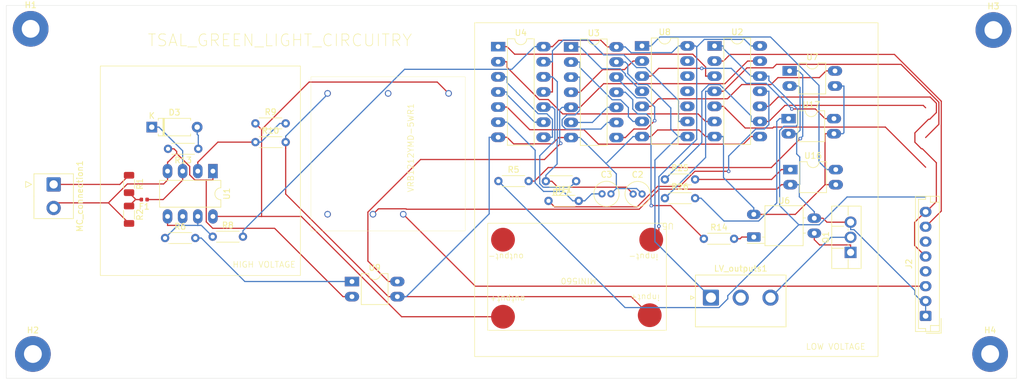
<source format=kicad_pcb>
(kicad_pcb (version 20240108) (generator "pcbnew") (generator_version "8.0")
  (layers (0 "F.Cu" signal) (31 "B.Cu" signal) (34 "B.Paste" user) (35 "F.Paste" user) (36 "B.SilkS" user "B.Silkscreen") (37 "F.SilkS" user "F.Silkscreen") (38 "B.Mask" user) (39 "F.Mask" user) (44 "Edge.Cuts" user))
  (net 0 "")
  (net 1 "5v")
  (net 2 "Net-(C2-Pad1)")
  (net 3 "Net-(C3-Pad1)")
  (net 4 "Net-(D3-A)")
  (net 5 "Net-(Q1-G)")
  (net 6 "Net-(D3-K)")
  (net 7 "GREEN_LIGHT_OUT")
  (net 8 "RED_LIGHT_OUT")
  (net 9 "\\ 60v_flag")
  (net 10 "Net-(U1-+)")
  (net 11 "12v_isolated")
  (net 12 "Net-(R11-Pad1)")
  (net 13 "Green_light_signal")
  (net 14 "Net-(U6-A)")
  (net 15 "precharge(TSMS)")
  (net 16 "Net-(U16-A)")
  (net 17 "Net-(U17-A)")
  (net 18 "AIR-")
  (net 19 "Net-(R27-Pad1)")
  (net 20 "Net-(U1-BAL)")
  (net 21 "12V_GLV")
  (net 22 "Net-(U17-R-Pad4)")
  (net 23 "\\ precharge(TSMS)")
  (net 24 "\\AIR-")
  (net 25 "Net-(F1-Pad2)")
  (net 26 "SAFE_STATE")
  (net 27 "AUX_AIR -")
  (net 28 "precharge_NC")
  (net 29 "Net-(U2-Pad6)")
  (net 30 "AUX_AIR +")
  (net 31 "Net-(U2-Pad8)")
  (net 32 "Net-(U2-Pad3)")
  (net 33 "AIR+")
  (net 34 "Net-(U4-Pad11)")
  (net 35 "MC+")
  (net 36 "MC-")
  (net 37 "LV_GND")
  (net 38 "Net-(U3-Pad3)")
  (net 39 "Net-(U3-Pad12)")
  (net 40 "Net-(U3-Pad10)")
  (net 41 "Net-(U4-Pad3)")
  (net 42 "Net-(U4-Pad4)")
  (net 43 "Net-(U7-A)")
  (net 44 "\\AIR+")
  (net 45 "Net-(U7-R-Pad4)")
  (net 52 "Net-(U9-A)")
  (net 53 "{slash}60V_isolated")
  (net 54 "GNDREF")
  (net 55 "SAFE_STATE_OUT")
  (net 56 "precharge(TSMS)_lv")
  (footprint "OptoDevice:Luna_NSL-32" (layer "F.Cu") (at 175.985 110.21)
    (property "Reference" "U6")
    (property "Value" "NSL-32")
  )
  (footprint "Package_DIP:DIP-8_W7.62mm_LongPads" (layer "F.Cu") (at 85.155 99.125 -90)
    (property "Reference" "U1")
    (property "Value" "LM311")
  )
  (footprint "isolator1:VRB1212YMD-5WR3" (layer "F.Cu") (at 127.529 109.169 90)
    (property "Reference" "VRB1212YMD-5WR1")
    (property "Value" "~")
  )
  (footprint "Resistor_THT:R_Axial_DIN0204_L3.6mm_D1.6mm_P5.08mm_Horizontal" (layer "F.Cu") (at 146.15 100.825 180)
    (property "Reference" "R27")
    (property "Value" "5.1k")
  )
  (footprint "Resistor_THT:R_Axial_DIN0204_L3.6mm_D1.6mm_P5.08mm_Horizontal" (layer "F.Cu") (at 77.12 110.375)
    (property "Reference" "R6")
    (property "Value" "R_US")
  )
  (footprint "Capacitor_THT:C_Radial_D4.0mm_H7.0mm_P1.50mm" (layer "F.Cu") (at 150.5 102.95)
    (property "Reference" "C3")
    (property "Value" "47u")
  )
  (footprint "Resistor_THT:R_Axial_DIN0204_L3.6mm_D1.6mm_P5.08mm_Horizontal" (layer "F.Cu") (at 161.05 103.675)
    (property "Reference" "R26")
    (property "Value" "R_US")
  )
  (footprint "Resistor_SMD:R_1206_3216Metric" (layer "F.Cu") (at 71.07 106.4575 -90)
    (property "Reference" "R2")
    (property "Value" "200k")
  )
  (footprint "Package_DIP:DIP-4_W7.62mm_LongPads" (layer "F.Cu") (at 182 82.275)
    (property "Reference" "U7")
    (property "Value" "NSL-32")
  )
  (footprint "Resistor_SMD:R_1206_3216Metric" (layer "F.Cu") (at 71.07 101.2825 -90)
    (property "Reference" "R1")
    (property "Value" "36M")
  )
  (footprint "converter:mini560" (layer "F.Cu") (at 146.315 116.75 180)
    (property "Reference" "U5")
    (property "Value" "AMS1117-5.0")
  )
  (footprint "Package_DIP:DIP-14_W7.62mm_LongPads" (layer "F.Cu") (at 157.215 78.075)
    (property "Reference" "U8")
    (property "Value" "74AHCT04")
  )
  (footprint "Resistor_THT:R_Axial_DIN0204_L3.6mm_D1.6mm_P5.08mm_Horizontal" (layer "F.Cu") (at 82.7 95.375 180)
    (property "Reference" "R13")
    (property "Value" "R_US")
  )
  (footprint "Resistor_THT:R_Axial_DIN0204_L3.6mm_D1.6mm_P5.08mm_Horizontal" (layer "F.Cu") (at 141.51 104.125)
    (property "Reference" "R11")
    (property "Value" "180k")
  )
  (footprint "MountingHole:MountingHole_3mm_Pad_TopBottom" (layer "F.Cu") (at 216.225 75.4)
    (property "Reference" "H3")
    (property "Value" "MountingHole")
  )
  (footprint "Resistor_THT:R_Axial_DIN0204_L3.6mm_D1.6mm_P5.08mm_Horizontal" (layer "F.Cu") (at 133.095 100.8)
    (property "Reference" "R5")
    (property "Value" "R_US")
  )
  (footprint "Capacitor_THT:C_Radial_D4.0mm_H7.0mm_P1.50mm" (layer "F.Cu") (at 155.725 102.975)
    (property "Reference" "C2")
    (property "Value" "47u")
  )
  (footprint "Connector_JST:JST_NV_B03P-NV_1x03_P5.00mm_Vertical" (layer "F.Cu") (at 168.7875 120.4)
    (property "Reference" "LV_outputs1")
    (property "Value" "Conn_01x03")
  )
  (footprint "Package_TO_SOT_THT:TO-220F-3_Vertical" (layer "F.Cu") (at 192.24 112.79 90)
    (property "Reference" "Q1")
    (property "Value" "IRLIZ44N")
  )
  (footprint "Package_DIP:DIP-14_W7.62mm_LongPads" (layer "F.Cu") (at 133.05 78.195)
    (property "Reference" "U4")
    (property "Value" "4071")
  )
  (footprint "Fuse:Fuse_0402_1005Metric" (layer "F.Cu") (at 73.62 103.9075 180)
    (property "Reference" "F1")
    (property "Value" "Fuse")
  )
  (footprint "Package_DIP:DIP-4_W7.62mm_LongPads" (layer "F.Cu") (at 181.825 90.295)
    (property "Reference" "U17")
    (property "Value" "NSL-32")
  )
  (footprint "Package_DIP:DIP-14_W7.62mm_LongPads" (layer "F.Cu") (at 145.295 78.24)
    (property "Reference" "U3")
    (property "Value" "74LS08")
  )
  (footprint "MountingHole:MountingHole_3mm_Pad_TopBottom" (layer "F.Cu") (at 215.675 129.875)
    (property "Reference" "H4")
    (property "Value" "MountingHole")
  )
  (footprint "Package_DIP:DIP-14_W7.62mm_LongPads" (layer "F.Cu") (at 169.395 78.075)
    (property "Reference" "U2")
    (property "Value" "74HC86")
  )
  (footprint "Diode_THT:D_A-405_P7.62mm_Horizontal" (layer "F.Cu") (at 74.89 91.725)
    (property "Reference" "D3")
    (property "Value" "PTVS12VZ1USK")
  )
  (footprint "Connector_JST:JST_EH_B8B-EH-A_1x08_P2.50mm_Vertical" (layer "F.Cu") (at 204.84 123.475 90)
    (property "Reference" "J2")
    (property "Value" "LV_INPUTS")
  )
  (footprint "Resistor_THT:R_Axial_DIN0204_L3.6mm_D1.6mm_P5.08mm_Horizontal" (layer "F.Cu") (at 92.295 94.25)
    (property "Reference" "R10")
    (property "Value" "1k")
  )
  (footprint "Connector_TE-Connectivity:TE_826576-2_1x02_P3.96mm_Vertical" (layer "F.Cu") (at 58.41 101.36 -90)
    (property "Reference" "MC_connection1")
    (property "Value" "Conn_01x02")
  )
  (footprint "Resistor_THT:R_Axial_DIN0204_L3.6mm_D1.6mm_P5.08mm_Horizontal" (layer "F.Cu") (at 85.12 110.15)
    (property "Reference" "R8")
    (property "Value" "10k")
  )
  (footprint "Resistor_THT:R_Axial_DIN0204_L3.6mm_D1.6mm_P5.08mm_Horizontal" (layer "F.Cu") (at 161.05 100.525)
    (property "Reference" "R25")
    (property "Value" "R_US")
  )
  (footprint "MountingHole:MountingHole_3mm_Pad_TopBottom" (layer "F.Cu") (at 54.55 75.2)
    (property "Reference" "H1")
    (property "Value" "MountingHole")
  )
  (footprint "MountingHole:MountingHole_3mm_Pad_TopBottom" (layer "F.Cu") (at 54.925 129.875)
    (property "Reference" "H2")
    (property "Value" "MountingHole")
  )
  (footprint "Resistor_THT:R_Axial_DIN0204_L3.6mm_D1.6mm_P5.08mm_Horizontal" (layer "F.Cu") (at 92.295 91.1)
    (property "Reference" "R9")
    (property "Value" "36k")
  )
  (footprint "Package_DIP:DIP-4_W7.62mm_LongPads" (layer "F.Cu") (at 182.13 98.865)
    (property "Reference" "U16")
    (property "Value" "NSL-32")
  )
  (footprint "Resistor_THT:R_Axial_DIN0204_L3.6mm_D1.6mm_P5.08mm_Horizontal" (layer "F.Cu") (at 167.6 110.5)
    (property "Reference" "R14")
    (property "Value" "R_US")
  )
  (footprint "Package_DIP:DIP-4_W7.62mm_LongPads" (layer "F.Cu") (at 108.5075 117.6915)
    (property "Reference" "U9")
    (property "Value" "NSL-32")
  )
  (gr_rect (start 66.25 81.45) (end 99.85 116.675) (stroke (width 0.1)) (fill none) (layer "F.SilkS"))
  (gr_rect (start 129.1 74.175) (end 196.85 130.3) (stroke (width 0.1)) (fill none) (layer "F.SilkS"))
  (gr_rect (start 50.45 71.275) (end 220.1 133.95) (stroke (width 0.05)) (fill none) (layer "Edge.Cuts"))
  (gr_text "TSAL_GREEN_LIGHT_CIRCUITRY" (at 74.1 78.3 0) (layer "F.SilkS") (effects (font (size 2 2) (thickness 0.1)) (justify left bottom)))
  (gr_text "HIGH VOLTAGE" (at 88.4 115.425 0) (layer "F.SilkS") (effects (font (size 1 1) (thickness 0.1)) (justify left bottom)))
  (gr_text "LOW VOLTAGE" (at 184.675 129.225 0) (layer "F.SilkS") (effects (font (size 1 1) (thickness 0.1)) (justify left bottom)))
  (segment (start 143.2284 77.1383) (end 142.1717 78.195) (width 0.2) (layer "F.Cu") (net 1))
  (segment (start 140.67 78.195) (end 142.1717 78.195) (width 0.2) (layer "F.Cu") (net 1))
  (segment (start 151.4133 78.24) (end 150.3116 77.1383) (width 0.2) (layer "F.Cu") (net 1))
  (segment (start 160.0443 109.3707) (end 160.0443 108.3914) (width 0.2) (layer "F.Cu") (net 1))
  (segment (start 152.915 78.24) (end 151.4133 78.24) (width 0.2) (layer "F.Cu") (net 1))
  (segment (start 158.761 110.654) (end 160.0443 109.3707) (width 0.2) (layer "F.Cu") (net 1))
  (segment (start 150.3116 77.1383) (end 143.2284 77.1383) (width 0.2) (layer "F.Cu") (net 1))
  (via (at 160.0443 108.3914) (size 0.6) (drill 0.3) (layers "F.Cu" "B.Cu") (net 1))
  (segment (start 117.3433 82.005) (end 90.2 109.1483) (width 0.2) (layer "B.Cu") (net 1))
  (segment (start 177.015 78.075) (end 175.5133 78.075) (width 0.2) (layer "B.Cu") (net 1))
  (segment (start 164.835 78.075) (end 163.3333 78.075) (width 0.2) (layer "B.Cu") (net 1))
  (segment (start 166.3966 93.7908) (end 165.7649 94.4225) (width 0.2) (layer "B.Cu") (net 1))
  (segment (start 174.4116 76.9733) (end 167.6796 76.9733) (width 0.2) (layer "B.Cu") (net 1))
  (segment (start 165.6834 94.4225) (end 160.0443 100.0616) (width 0.2) (layer "B.Cu") (net 1))
  (segment (start 90.2 110.15) (end 90.2 109.1483) (width 0.2) (layer "B.Cu") (net 1))
  (segment (start 160.0443 100.0616) (end 160.0443 108.3914) (width 0.2) (layer "B.Cu") (net 1))
  (segment (start 167.6796 76.9733) (end 166.3966 78.2563) (width 0.2) (layer "B.Cu") (net 1))
  (segment (start 139.1683 78.195) (end 135.3583 82.005) (width 0.2) (layer "B.Cu") (net 1))
  (segment (start 152.915 78.24) (end 154.4167 78.24) (width 0.2) (layer "B.Cu") (net 1))
  (segment (start 175.5133 78.075) (end 174.4116 76.9733) (width 0.2) (layer "B.Cu") (net 1))
  (segment (start 154.4167 78.24) (end 155.3835 79.2068) (width 0.2) (layer "B.Cu") (net 1))
  (segment (start 165.7649 94.4225) (end 165.6834 94.4225) (width 0.2) (layer "B.Cu") (net 1))
  (segment (start 164.835 78.075) (end 165.5859 78.075) (width 0.2) (layer "B.Cu") (net 1))
  (segment (start 155.3835 79.2068) (end 162.2015 79.2068) (width 0.2) (layer "B.Cu") (net 1))
  (segment (start 140.67 78.195) (end 139.1683 78.195) (width 0.2) (layer "B.Cu") (net 1))
  (segment (start 166.3966 78.2563) (end 166.3966 93.7908) (width 0.2) (layer "B.Cu") (net 1))
  (segment (start 135.3583 82.005) (end 117.3433 82.005) (width 0.2) (layer "B.Cu") (net 1))
  (segment (start 166.2153 78.075) (end 165.5859 78.075) (width 0.2) (layer "B.Cu") (net 1))
  (segment (start 162.2015 79.2068) (end 163.3333 78.075) (width 0.2) (layer "B.Cu") (net 1))
  (segment (start 166.3966 78.2563) (end 166.2153 78.075) (width 0.2) (layer "B.Cu") (net 1))
  (segment (start 143.0734 101.8267) (end 142.0717 100.825) (width 0.2) (layer "F.Cu") (net 2))
  (segment (start 141.07 100.825) (end 142.0717 100.825) (width 0.2) (layer "F.Cu") (net 2))
  (segment (start 154.5767 101.8267) (end 143.0734 101.8267) (width 0.2) (layer "F.Cu") (net 2))
  (segment (start 155.725 102.975) (end 154.5767 101.8267) (width 0.2) (layer "F.Cu") (net 2))
  (segment (start 142.1717 83.275) (end 142.9874 84.0907) (width 0.2) (layer "B.Cu") (net 2))
  (segment (start 142.9528 94.1977) (end 142.9528 97.9405) (width 0.2) (layer "B.Cu") (net 2))
  (segment (start 140.67 83.275) (end 142.1717 83.275) (width 0.2) (layer "B.Cu") (net 2))
  (segment (start 142.9874 84.0907) (end 142.9874 94.1631) (width 0.2) (layer "B.Cu") (net 2))
  (segment (start 142.9528 97.9405) (end 141.07 99.8233) (width 0.2) (layer "B.Cu") (net 2))
  (segment (start 141.07 100.825) (end 141.07 99.8233) (width 0.2) (layer "B.Cu") (net 2))
  (segment (start 142.9874 94.1631) (end 142.9528 94.1977) (width 0.2) (layer "B.Cu") (net 2))
  (segment (start 146.59 104.125) (end 145.5883 104.125) (width 0.2) (layer "B.Cu") (net 3))
  (segment (start 150.5 102.95) (end 148.7667 102.95) (width 0.2) (layer "B.Cu") (net 3))
  (segment (start 139.2657 101.1199) (end 140.6826 102.5368) (width 0.2) (layer "B.Cu") (net 3))
  (segment (start 144.0001 102.5368) (end 145.5883 104.125) (width 0.2) (layer "B.Cu") (net 3))
  (segment (start 146.59 104.125) (end 147.5917 104.125) (width 0.2) (layer "B.Cu") (net 3))
  (segment (start 134.5517 90.895) (end 139.2657 95.609) (width 0.2) (layer "B.Cu") (net 3))
  (segment (start 148.7667 102.95) (end 147.5917 104.125) (width 0.2) (layer "B.Cu") (net 3))
  (segment (start 133.05 90.895) (end 134.5517 90.895) (width 0.2) (layer "B.Cu") (net 3))
  (segment (start 140.6826 102.5368) (end 144.0001 102.5368) (width 0.2) (layer "B.Cu") (net 3))
  (segment (start 139.2657 95.609) (end 139.2657 101.1199) (width 0.2) (layer "B.Cu") (net 3))
  (segment (start 82.7 93.1167) (end 82.7 95.375) (width 0.2) (layer "B.Cu") (net 4))
  (segment (start 82.51 92.9267) (end 82.7 93.1167) (width 0.2) (layer "B.Cu") (net 4))
  (segment (start 82.51 91.725) (end 82.51 92.9267) (width 0.2) (layer "B.Cu") (net 4))
  (segment (start 187.0241 111.5358) (end 186.145 110.6567) (width 0.2) (layer "F.Cu") (net 5))
  (segment (start 186.145 109.57) (end 186.145 110.6567) (width 0.2) (layer "F.Cu") (net 5))
  (segment (start 192.24 111.5358) (end 187.0241 111.5358) (width 0.2) (layer "F.Cu") (net 5))
  (segment (start 192.24 112.79) (end 192.24 111.5358) (width 0.2) (layer "F.Cu") (net 5))
  (segment (start 80.075 99.125) (end 80.075 100.6267) (width 0.2) (layer "F.Cu") (net 6))
  (segment (start 74.105 103.9075) (end 76.7942 103.9075) (width 0.2) (layer "F.Cu") (net 6))
  (segment (start 76.7942 103.9075) (end 80.075 100.6267) (width 0.2) (layer "F.Cu") (net 6))
  (segment (start 80.075 95.7083) (end 80.075 99.125) (width 0.2) (layer "B.Cu") (net 6))
  (segment (start 74.89 91.725) (end 76.0917 91.725) (width 0.2) (layer "B.Cu") (net 6))
  (segment (start 76.0917 91.725) (end 80.075 95.7083) (width 0.2) (layer "B.Cu") (net 6))
  (segment (start 192.24 110.25) (end 188.9375 110.25) (width 0.2) (layer "B.Cu") (net 7))
  (segment (start 188.9375 110.25) (end 178.7875 120.4) (width 0.2) (layer "B.Cu") (net 7))
  (segment (start 77.12 110.375) (end 79.2483 108.2467) (width 0.2) (layer "B.Cu") (net 9))
  (segment (start 83.2167 108.2467) (end 85.12 110.15) (width 0.2) (layer "B.Cu") (net 9))
  (segment (start 82.615 106.745) (end 82.615 108.2467) (width 0.2) (layer "B.Cu") (net 9))
  (segment (start 79.2483 108.2467) (end 82.615 108.2467) (width 0.2) (layer "B.Cu") (net 9))
  (segment (start 82.615 108.2467) (end 83.2167 108.2467) (width 0.2) (layer "B.Cu") (net 9))
  (segment (start 85.9883 94.25) (end 82.615 97.6233) (width 0.2) (layer "F.Cu") (net 10))
  (segment (start 92.295 94.25) (end 85.9883 94.25) (width 0.2) (layer "F.Cu") (net 10))
  (segment (start 82.615 99.125) (end 82.615 97.6233) (width 0.2) (layer "F.Cu") (net 10))
  (segment (start 97.375 91.1) (end 96.3733 91.1) (width 0.2) (layer "B.Cu") (net 10))
  (segment (start 96.3733 91.1) (end 93.2233 94.25) (width 0.2) (layer "B.Cu") (net 10))
  (segment (start 93.2233 94.25) (end 92.295 94.25) (width 0.2) (layer "B.Cu") (net 10))
  (segment (start 99.9877 106.745) (end 93.3269 106.745) (width 0.2) (layer "F.Cu") (net 11))
  (segment (start 122.83 84.15) (end 124.735 86.055) (width 0.2) (layer "F.Cu") (net 11))
  (segment (start 133.869 123.608) (end 116.8507 123.608) (width 0.2) (layer "F.Cu") (net 11))
  (segment (start 93.3269 92.1319) (end 101.3088 84.15) (width 0.2) (layer "F.Cu") (net 11))
  (segment (start 101.3088 84.15) (end 122.83 84.15) (width 0.2) (layer "F.Cu") (net 11))
  (segment (start 93.3269 106.745) (end 93.3269 92.1319) (width 0.2) (layer "F.Cu") (net 11))
  (segment (start 93.3269 92.1319) (end 92.295 91.1) (width 0.2) (layer "F.Cu") (net 11))
  (segment (start 93.3269 106.745) (end 85.155 106.745) (width 0.2) (layer "F.Cu") (net 11))
  (segment (start 116.8507 123.608) (end 99.9877 106.745) (width 0.2) (layer "F.Cu") (net 11))
  (segment (start 156.3938 105.1314) (end 142.5164 105.1314) (width 0.2) (layer "F.Cu") (net 12))
  (segment (start 142.5164 105.1314) (end 141.51 104.125) (width 0.2) (layer "F.Cu") (net 12))
  (segment (start 166.0862 99.1522) (end 163.5431 101.6953) (width 0.2) (layer "F.Cu") (net 12))
  (segment (start 163.5431 101.6953) (end 159.8299 101.6953) (width 0.2) (layer "F.Cu") (net 12))
  (segment (start 171.7613 99.1522) (end 166.0862 99.1522) (width 0.2) (layer "F.Cu") (net 12))
  (segment (start 159.8299 101.6953) (end 156.3938 105.1314) (width 0.2) (layer "F.Cu") (net 12))
  (via (at 171.7613 99.1522) (size 0.6) (drill 0.3) (layers "F.Cu" "B.Cu") (net 12))
  (segment (start 177.7687 92.045) (end 178.5167 91.297) (width 0.2) (layer "B.Cu") (net 12))
  (segment (start 177.015 85.695) (end 178.5167 85.695) (width 0.2) (layer "B.Cu") (net 12))
  (segment (start 178.5167 91.297) (end 178.5167 85.695) (width 0.2) (layer "B.Cu") (net 12))
  (segment (start 171.7613 96.5861) (end 176.3024 92.045) (width 0.2) (layer "B.Cu") (net 12))
  (segment (start 171.7613 99.1522) (end 171.7613 96.5861) (width 0.2) (layer "B.Cu") (net 12))
  (segment (start 176.3024 92.045) (end 177.7687 92.045) (width 0.2) (layer "B.Cu") (net 12))
  (segment (start 162.022 104.922) (end 158.7792 104.922) (width 0.2) (layer "F.Cu") (net 13))
  (segment (start 167.6 110.5) (end 162.022 104.922) (width 0.2) (layer "F.Cu") (net 13))
  (via (at 158.7792 104.922) (size 0.6) (drill 0.3) (layers "F.Cu" "B.Cu") (net 13))
  (segment (start 155.6622 87.1055) (end 155.6622 88.6893) (width 0.2) (layer "B.Cu") (net 13))
  (segment (start 154.4167 85.86) (end 155.6622 87.1055) (width 0.2) (layer "B.Cu") (net 13))
  (segment (start 157.924 89.505) (end 158.7236 90.3046) (width 0.2) (layer "B.Cu") (net 13))
  (segment (start 155.6622 88.6893) (end 156.4779 89.505) (width 0.2) (layer "B.Cu") (net 13))
  (segment (start 156.4779 89.505) (end 157.924 89.505) (width 0.2) (layer "B.Cu") (net 13))
  (segment (start 152.915 85.86) (end 154.4167 85.86) (width 0.2) (layer "B.Cu") (net 13))
  (segment (start 158.7236 104.8664) (end 158.7792 104.922) (width 0.2) (layer "B.Cu") (net 13))
  (segment (start 158.7236 90.3046) (end 158.7236 104.8664) (width 0.2) (layer "B.Cu") (net 13))
  (segment (start 173.9717 110.21) (end 173.6817 110.5) (width 0.2) (layer "F.Cu") (net 14))
  (segment (start 172.68 110.5) (end 173.6817 110.5) (width 0.2) (layer "F.Cu") (net 14))
  (segment (start 175.985 110.21) (end 173.9717 110.21) (width 0.2) (layer "F.Cu") (net 14))
  (segment (start 204.4364 88.0714) (end 181.2203 88.0714) (width 0.2) (layer "F.Cu") (net 15))
  (segment (start 177.015 90.775) (end 178.5167 90.775) (width 0.2) (layer "F.Cu") (net 15))
  (segment (start 204.84 88.475) (end 204.4364 88.0714) (width 0.2) (layer "F.Cu") (net 15))
  (segment (start 181.2203 88.0714) (end 178.5167 90.775) (width 0.2) (layer "F.Cu") (net 15))
  (segment (start 167.2638 94.3112) (end 167.2638 85.7477) (width 0.2) (layer "B.Cu") (net 15))
  (segment (start 167.2638 85.7477) (end 168.423 84.5885) (width 0.2) (layer "B.Cu") (net 15))
  (segment (start 186.9338 84.7168) (end 178.7886 76.5716) (width 0.2) (layer "B.Cu") (net 15))
  (segment (start 188.2483 98.865) (end 186.9338 97.5505) (width 0.2) (layer "B.Cu") (net 15))
  (segment (start 175.5133 89.8364) (end 175.5133 90.775) (width 0.2) (layer "B.Cu") (net 15))
  (segment (start 160.2201 76.5716) (end 158.7167 78.075) (width 0.2) (layer "B.Cu") (net 15))
  (segment (start 178.7886 76.5716) (end 160.2201 76.5716) (width 0.2) (layer "B.Cu") (net 15))
  (segment (start 168.423 84.5885) (end 170.2654 84.5885) (width 0.2) (layer "B.Cu") (net 15))
  (segment (start 170.2654 84.5885) (end 175.5133 89.8364) (width 0.2) (layer "B.Cu") (net 15))
  (segment (start 161.05 100.525) (end 167.2638 94.3112) (width 0.2) (layer "B.Cu") (net 15))
  (segment (start 177.015 90.775) (end 175.5133 90.775) (width 0.2) (layer "B.Cu") (net 15))
  (segment (start 157.215 78.075) (end 158.7167 78.075) (width 0.2) (layer "B.Cu") (net 15))
  (segment (start 189.75 98.865) (end 188.2483 98.865) (width 0.2) (layer "B.Cu") (net 15))
  (segment (start 186.9338 97.5505) (end 186.9338 84.7168) (width 0.2) (layer "B.Cu") (net 15))
  (segment (start 178.9683 100.525) (end 166.13 100.525) (width 0.2) (layer "F.Cu") (net 16))
  (segment (start 182.13 98.865) (end 180.6283 98.865) (width 0.2) (layer "F.Cu") (net 16))
  (segment (start 180.6283 98.865) (end 178.9683 100.525) (width 0.2) (layer "F.Cu") (net 16))
  (segment (start 176.7997 107.515) (end 179.8452 104.4695) (width 0.2) (layer "B.Cu") (net 17))
  (segment (start 170.9717 107.515) (end 176.7997 107.515) (width 0.2) (layer "B.Cu") (net 17))
  (segment (start 181.825 90.295) (end 180.3233 90.295) (width 0.2) (layer "B.Cu") (net 17))
  (segment (start 166.13 103.675) (end 167.1317 103.675) (width 0.2) (layer "B.Cu") (net 17))
  (segment (start 179.8452 90.7731) (end 180.3233 90.295) (width 0.2) (layer "B.Cu") (net 17))
  (segment (start 167.1317 103.675) (end 170.9717 107.515) (width 0.2) (layer "B.Cu") (net 17))
  (segment (start 179.8452 104.4695) (end 179.8452 90.7731) (width 0.2) (layer "B.Cu") (net 17))
  (segment (start 169.395 85.695) (end 170.8967 85.695) (width 0.2) (layer "F.Cu") (net 18))
  (segment (start 179.7858 81.1733) (end 179.2022 81.7569) (width 0.2) (layer "F.Cu") (net 18))
  (segment (start 207.0657 91.2493) (end 207.0657 87.539) (width 0.2) (layer "F.Cu") (net 18))
  (segment (start 174.8348 81.7569) (end 170.8967 85.695) (width 0.2) (layer "F.Cu") (net 18))
  (segment (start 207.0657 87.539) (end 200.7 81.1733) (width 0.2) (layer "F.Cu") (net 18))
  (segment (start 200.7 81.1733) (end 179.7858 81.1733) (width 0.2) (layer "F.Cu") (net 18))
  (segment (start 204.84 93.475) (end 207.0657 91.2493) (width 0.2) (layer "F.Cu") (net 18))
  (segment (start 179.2022 81.7569) (end 174.8348 81.7569) (width 0.2) (layer "F.Cu") (net 18))
  (segment (start 169.395 85.695) (end 167.8933 85.695) (width 0.2) (layer "B.Cu") (net 18))
  (segment (start 167.8933 85.695) (end 167.8933 96.8317) (width 0.2) (layer "B.Cu") (net 18))
  (segment (start 167.8933 96.8317) (end 161.05 103.675) (width 0.2) (layer "B.Cu") (net 18))
  (segment (start 142.5748 88.7581) (end 142.5748 94.0077) (width 0.2) (layer "B.Cu") (net 19))
  (segment (start 142.1717 88.355) (end 142.5748 88.7581) (width 0.2) (layer "B.Cu") (net 19))
  (segment (start 140.6211 101.8317) (end 145.1433 101.8317) (width 0.2) (layer "B.Cu") (net 19))
  (segment (start 142.5748 94.0077) (end 140.0395 96.543) (width 0.2) (layer "B.Cu") (net 19))
  (segment (start 140.0395 101.2501) (end 140.6211 101.8317) (width 0.2) (layer "B.Cu") (net 19))
  (segment (start 140.67 88.355) (end 142.1717 88.355) (width 0.2) (layer "B.Cu") (net 19))
  (segment (start 145.1433 101.8317) (end 146.15 100.825) (width 0.2) (layer "B.Cu") (net 19))
  (segment (start 140.0395 96.543) (end 140.0395 101.2501) (width 0.2) (layer "B.Cu") (net 19))
  (segment (start 80.075 106.745) (end 80.075 108.2467) (width 0.2) (layer "F.Cu") (net 20))
  (segment (start 80.075 108.2467) (end 77.535 108.2467) (width 0.2) (layer "F.Cu") (net 20))
  (segment (start 77.535 106.745) (end 77.535 108.2467) (width 0.2) (layer "F.Cu") (net 20))
  (segment (start 129.215 118.475) (end 117.115 106.375) (width 0.2) (layer "F.Cu") (net 21))
  (segment (start 204.84 118.475) (end 129.215 118.475) (width 0.2) (layer "F.Cu") (net 21))
  (segment (start 160.0296 81.8421) (end 167.2369 81.8421) (width 0.2) (layer "F.Cu") (net 22))
  (segment (start 157.215 83.155) (end 158.7167 83.155) (width 0.2) (layer "F.Cu") (net 22))
  (segment (start 182.3756 88.6731) (end 186.3214 88.6731) (width 0.2) (layer "F.Cu") (net 22))
  (segment (start 189.445 90.295) (end 187.9433 90.295) (width 0.2) (layer "F.Cu") (net 22))
  (segment (start 158.7167 83.155) (end 160.0296 81.8421) (width 0.2) (layer "F.Cu") (net 22))
  (segment (start 186.3214 88.6731) (end 187.9433 90.295) (width 0.2) (layer "F.Cu") (net 22))
  (via (at 167.2369 81.8421) (size 0.6) (drill 0.3) (layers "F.Cu" "B.Cu") (net 22))
  (via (at 182.3756 88.6731) (size 0.6) (drill 0.3) (layers "F.Cu" "B.Cu") (net 22))
  (segment (start 172.2104 81.8421) (end 167.2369 81.8421) (width 0.2) (layer "B.Cu") (net 22))
  (segment (start 174.7373 84.369) (end 172.2104 81.8421) (width 0.2) (layer "B.Cu") (net 22))
  (segment (start 182.3756 88.6731) (end 178.0715 84.369) (width 0.2) (layer "B.Cu") (net 22))
  (segment (start 178.0715 84.369) (end 174.7373 84.369) (width 0.2) (layer "B.Cu") (net 22))
  (segment (start 146.7967 85.86) (end 150.6067 82.05) (width 0.2) (layer "F.Cu") (net 23))
  (segment (start 157.215 80.615) (end 155.7133 80.615) (width 0.2) (layer "F.Cu") (net 23))
  (segment (start 154.2783 82.05) (end 155.7133 80.615) (width 0.2) (layer "F.Cu") (net 23))
  (segment (start 150.6067 82.05) (end 154.2783 82.05) (width 0.2) (layer "F.Cu") (net 23))
  (segment (start 145.295 85.86) (end 146.7967 85.86) (width 0.2) (layer "F.Cu") (net 23))
  (segment (start 145.295 78.24) (end 146.7967 78.24) (width 0.2) (layer "B.Cu") (net 24))
  (segment (start 154.4167 82.7843) (end 154.4167 83.0125) (width 0.2) (layer "B.Cu") (net 24))
  (segment (start 153.5408 81.9084) (end 154.4167 82.7843) (width 0.2) (layer "B.Cu") (net 24))
  (segment (start 154.4167 83.0125) (end 157.0992 85.695) (width 0.2) (layer "B.Cu") (net 24))
  (segment (start 157.0992 85.695) (end 157.215 85.695) (width 0.2) (layer "B.Cu") (net 24))
  (segment (start 146.7967 78.24) (end 150.4651 81.9084) (width 0.2) (layer "B.Cu") (net 24))
  (segment (start 150.4651 81.9084) (end 153.5408 81.9084) (width 0.2) (layer "B.Cu") (net 24))
  (segment (start 71.07 102.745) (end 72.1575 103.8325) (width 0.2) (layer "F.Cu") (net 25))
  (segment (start 72.1575 103.8325) (end 72.1575 103.9075) (width 0.2) (layer "F.Cu") (net 25))
  (segment (start 73.135 103.9075) (end 72.1575 103.9075) (width 0.2) (layer "F.Cu") (net 25))
  (segment (start 72.1575 103.9075) (end 71.07 104.995) (width 0.2) (layer "F.Cu") (net 25))
  (segment (start 154.8184 82.7402) (end 156.641 84.5628) (width 0.2) (layer "B.Cu") (net 26))
  (segment (start 162.0481 88.5114) (end 162.0481 92.0298) (width 0.2) (layer "B.Cu") (net 26))
  (segment (start 158.0995 84.5628) (end 162.0481 88.5114) (width 0.2) (layer "B.Cu") (net 26))
  (segment (start 154.4167 80.78) (end 154.8184 81.1817) (width 0.2) (layer "B.Cu") (net 26))
  (segment (start 164.835 93.315) (end 163.3333 93.315) (width 0.2) (layer "B.Cu") (net 26))
  (segment (start 159.3823 110.9948) (end 168.7875 120.4) (width 0.2) (layer "B.Cu") (net 26))
  (segment (start 152.915 80.78) (end 154.4167 80.78) (width 0.2) (layer "B.Cu") (net 26))
  (segment (start 156.641 84.5628) (end 158.0995 84.5628) (width 0.2) (layer "B.Cu") (net 26))
  (segment (start 154.8184 81.1817) (end 154.8184 82.7402) (width 0.2) (layer "B.Cu") (net 26))
  (segment (start 159.3823 97.266) (end 159.3823 110.9948) (width 0.2) (layer "B.Cu") (net 26))
  (segment (start 163.3333 93.315) (end 159.3823 97.266) (width 0.2) (layer "B.Cu") (net 26))
  (segment (start 162.0481 92.0298) (end 163.3333 93.315) (width 0.2) (layer "B.Cu") (net 26))
  (segment (start 169.395 88.235) (end 170.8967 88.235) (width 0.2) (layer "F.Cu") (net 27))
  (segment (start 198.0863 91.7213) (end 179.3035 91.7213) (width 0.2) (layer "F.Cu") (net 27))
  (segment (start 179.3035 91.7213) (end 179.1481 91.8767) (width 0.2) (layer "F.Cu") (net 27))
  (segment (start 204.84 98.475) (end 198.0863 91.7213) (width 0.2) (layer "F.Cu") (net 27))
  (segment (start 179.1481 91.8767) (end 174.5384 91.8767) (width 0.2) (layer "F.Cu") (net 27))
  (segment (start 174.5384 91.8767) (end 170.8967 88.235) (width 0.2) (layer "F.Cu") (net 27))
  (segment (start 204.2873 95.3649) (end 204.1314 95.3649) (width 0.2) (layer "F.Cu") (net 28))
  (segment (start 205.5286 105.365) (end 206.6417 104.2519) (width 0.2) (layer "F.Cu") (net 28))
  (segment (start 206.6521 89.275) (end 206.6521 87.7162) (width 0.2) (layer "F.Cu") (net 28))
  (segment (start 205.608 86.6721) (end 180.0796 86.6721) (width 0.2) (layer "F.Cu") (net 28))
  (segment (start 204.1314 95.3649) (end 203.0383 94.2718) (width 0.2) (layer "F.Cu") (net 28))
  (segment (start 180.0796 86.6721) (end 178.5167 88.235) (width 0.2) (layer "F.Cu") (net 28))
  (segment (start 205.3698 105.365) (end 205.5286 105.365) (width 0.2) (layer "F.Cu") (net 28))
  (segment (start 206.6417 104.2519) (end 206.6417 97.7193) (width 0.2) (layer "F.Cu") (net 28))
  (segment (start 204.84 113.475) (end 202.989 111.624) (width 0.2) (layer "F.Cu") (net 28))
  (segment (start 206.6417 97.7193) (end 204.2873 95.3649) (width 0.2) (layer "F.Cu") (net 28))
  (segment (start 202.989 107.7458) (end 205.3698 105.365) (width 0.2) (layer "F.Cu") (net 28))
  (segment (start 205.321 90.4102) (end 205.5169 90.4102) (width 0.2) (layer "F.Cu") (net 28))
  (segment (start 177.015 88.235) (end 178.5167 88.235) (width 0.2) (layer "F.Cu") (net 28))
  (segment (start 206.6521 87.7162) (end 205.608 86.6721) (width 0.2) (layer "F.Cu") (net 28))
  (segment (start 202.989 111.624) (end 202.989 107.7458) (width 0.2) (layer "F.Cu") (net 28))
  (segment (start 203.0383 92.6929) (end 205.321 90.4102) (width 0.2) (layer "F.Cu") (net 28))
  (segment (start 203.0383 94.2718) (end 203.0383 92.6929) (width 0.2) (layer "F.Cu") (net 28))
  (segment (start 205.5169 90.4102) (end 206.6521 89.275) (width 0.2) (layer "F.Cu") (net 28))
  (segment (start 134.5517 81.6736) (end 134.5517 80.735) (width 0.2) (layer "F.Cu") (net 29))
  (segment (start 143.8961 89.505) (end 141.4761 87.085) (width 0.2) (layer "F.Cu") (net 29))
  (segment (start 139.9631 87.085) (end 134.5517 81.6736) (width 0.2) (layer "F.Cu") (net 29))
  (segment (start 167.8933 90.775) (end 166.6233 89.505) (width 0.2) (layer "F.Cu") (net 29))
  (segment (start 166.6233 89.505) (end 143.8961 89.505) (width 0.2) (layer "F.Cu") (net 29))
  (segment (start 141.4761 87.085) (end 139.9631 87.085) (width 0.2) (layer "F.Cu") (net 29))
  (segment (start 133.05 80.735) (end 134.5517 80.735) (width 0.2) (layer "F.Cu") (net 29))
  (segment (start 169.395 90.775) (end 167.8933 90.775) (width 0.2) (layer "F.Cu") (net 29))
  (segment (start 172.0108 79.5009) (end 170.8967 80.615) (width 0.2) (layer "F.Cu") (net 30))
  (segment (start 207.4674 105.8476) (end 207.4674 87.3706) (width 0.2) (layer "F.Cu") (net 30))
  (segment (start 207.4674 87.3706) (end 199.5977 79.5009) (width 0.2) (layer "F.Cu") (net 30))
  (segment (start 204.84 108.475) (end 207.4674 105.8476) (width 0.2) (layer "F.Cu") (net 30))
  (segment (start 199.5977 79.5009) (end 172.0108 79.5009) (width 0.2) (layer "F.Cu") (net 30))
  (segment (start 169.395 80.615) (end 170.8967 80.615) (width 0.2) (layer "F.Cu") (net 30))
  (segment (start 138.3617 92.165) (end 134.5517 88.355) (width 0.2) (layer "F.Cu") (net 31))
  (segment (start 133.05 88.355) (end 134.5517 88.355) (width 0.2) (layer "F.Cu") (net 31))
  (segment (start 175.5133 93.315) (end 174.239 94.5893) (width 0.2) (layer "F.Cu") (net 31))
  (segment (start 174.239 94.5893) (end 149.896 94.5893) (width 0.2) (layer "F.Cu") (net 31))
  (segment (start 149.896 94.5893) (end 147.4717 92.165) (width 0.2) (layer "F.Cu") (net 31))
  (segment (start 177.015 93.315) (end 175.5133 93.315) (width 0.2) (layer "F.Cu") (net 31))
  (segment (start 147.4717 92.165) (end 138.3617 92.165) (width 0.2) (layer "F.Cu") (net 31))
  (segment (start 169.395 83.155) (end 167.8933 83.155) (width 0.2) (layer "F.Cu") (net 32))
  (segment (start 167.8933 83.155) (end 167.8933 81.6174) (width 0.2) (layer "F.Cu") (net 32))
  (segment (start 133.05 78.195) (end 134.5517 78.195) (width 0.2) (layer "F.Cu") (net 32))
  (segment (start 135.8217 79.465) (end 134.5517 78.195) (width 0.2) (layer "F.Cu") (net 32))
  (segment (start 165.7409 79.465) (end 135.8217 79.465) (width 0.2) (layer "F.Cu") (net 32))
  (segment (start 167.8933 81.6174) (end 165.7409 79.465) (width 0.2) (layer "F.Cu") (net 32))
  (segment (start 183.3535 88.7303) (end 178.5167 83.8935) (width 0.2) (layer "B.Cu") (net 33))
  (segment (start 171.6105 120.0661) (end 171.6105 120.6045) (width 0.2) (layer "B.Cu") (net 33))
  (segment (start 171.6105 120.6045) (end 170.1439 122.0711) (width 0.2) (layer "B.Cu") (net 33))
  (segment (start 169.395 78.075) (end 170.8967 78.075) (width 0.2) (layer "B.Cu") (net 33))
  (segment (start 180.3233 104.9253) (end 180.3233 92.3125) (width 0.2) (layer "B.Cu") (net 33))
  (segment (start 183.5373 108.1393) (end 180.3233 104.9253) (width 0.2) (layer "B.Cu") (net 33))
  (segment (start 154.3661 122.0711) (end 133.095 100.8) (width 0.2) (layer "B.Cu") (net 33))
  (segment (start 170.1439 122.0711) (end 154.3661 122.0711) (width 0.2) (layer "B.Cu") (net 33))
  (segment (start 183.5373 108.1393) (end 171.6105 120.0661) (width 0.2) (layer "B.Cu") (net 33))
  (segment (start 176.2642 83.155) (end 175.5133 83.155) (width 0.2) (layer "B.Cu") (net 33))
  (segment (start 176.2642 83.155) (end 177.015 83.155) (width 0.2) (layer "B.Cu") (net 33))
  (segment (start 186.9759 108.1393) (end 191.6402 103.475) (width 0.2) (layer "B.Cu") (net 33))
  (segment (start 175.5133 83.155) (end 170.8967 78.5384) (width 0.2) (layer "B.Cu") (net 33))
  (segment (start 181.0565 91.5793) (end 183.0807 91.5793) (width 0.2) (layer "B.Cu") (net 33))
  (segment (start 178.5167 83.8935) (end 178.5167 83.155) (width 0.2) (layer "B.Cu") (net 33))
  (segment (start 177.015 83.155) (end 178.5167 83.155) (width 0.2) (layer "B.Cu") (net 33))
  (segment (start 183.0807 91.5793) (end 183.3535 91.3065) (width 0.2) (layer "B.Cu") (net 33))
  (segment (start 191.6402 103.475) (end 204.84 103.475) (width 0.2) (layer "B.Cu") (net 33))
  (segment (start 183.3535 91.3065) (end 183.3535 88.7303) (width 0.2) (layer "B.Cu") (net 33))
  (segment (start 180.3233 92.3125) (end 181.0565 91.5793) (width 0.2) (layer "B.Cu") (net 33))
  (segment (start 183.5373 108.1393) (end 186.9759 108.1393) (width 0.2) (layer "B.Cu") (net 33))
  (segment (start 170.8967 78.5384) (end 170.8967 78.075) (width 0.2) (layer "B.Cu") (net 33))
  (segment (start 140.67 85.815) (end 142.1717 85.815) (width 0.2) (layer "F.Cu") (net 34))
  (segment (start 140.67 80.735) (end 142.1717 80.735) (width 0.2) (layer "F.Cu") (net 34))
  (segment (start 142.1717 80.735) (end 142.1717 85.815) (width 0.2) (layer "F.Cu") (net 34))
  (segment (start 148.2782 77.0829) (end 150.7722 79.5769) (width 0.2) (layer "B.Cu") (net 34))
  (segment (start 140.67 80.735) (end 142.1717 80.735) (width 0.2) (layer "B.Cu") (net 34))
  (segment (start 156.2903 81.7167) (end 157.8153 81.7167) (width 0.2) (layer "B.Cu") (net 34))
  (segment (start 142.1717 78.8974) (end 143.9862 77.0829) (width 0.2) (layer "B.Cu") (net 34))
  (segment (start 157.8153 81.7167) (end 163.3333 87.2347) (width 0.2) (layer "B.Cu") (net 34))
  (segment (start 164.835 90.775) (end 163.3333 90.775) (width 0.2) (layer "B.Cu") (net 34))
  (segment (start 142.1717 80.735) (end 142.1717 78.8974) (width 0.2) (layer "B.Cu") (net 34))
  (segment (start 143.9862 77.0829) (end 148.2782 77.0829) (width 0.2) (layer "B.Cu") (net 34))
  (segment (start 150.7722 79.5769) (end 154.1505 79.5769) (width 0.2) (layer "B.Cu") (net 34))
  (segment (start 163.3333 87.2347) (end 163.3333 90.775) (width 0.2) (layer "B.Cu") (net 34))
  (segment (start 154.1505 79.5769) (end 156.2903 81.7167) (width 0.2) (layer "B.Cu") (net 34))
  (segment (start 69.53 101.36) (end 58.41 101.36) (width 0.2) (layer "F.Cu") (net 35))
  (segment (start 71.07 99.82) (end 69.53 101.36) (width 0.2) (layer "F.Cu") (net 35))
  (segment (start 95.5115 108.7372) (end 107.0058 120.2315) (width 0.2) (layer "F.Cu") (net 36))
  (segment (start 84.0394 107.6549) (end 85.1217 108.7372) (width 0.2) (layer "F.Cu") (net 36))
  (segment (start 81.2586 99.7529) (end 82.1324 100.6267) (width 0.2) (layer "F.Cu") (net 36))
  (segment (start 77.5874 97.6233) (end 79.0655 96.1452) (width 0.2) (layer "F.Cu") (net 36))
  (segment (start 70.7905 101.2825) (end 76.8792 101.2825) (width 0.2) (layer "F.Cu") (net 36))
  (segment (start 85.1217 108.7372) (end 95.5115 108.7372) (width 0.2) (layer "F.Cu") (net 36))
  (segment (start 84.0394 100.6267) (end 85.155 100.6267) (width 0.2) (layer "F.Cu") (net 36))
  (segment (start 79.0655 96.1452) (end 81.2586 98.3383) (width 0.2) (layer "F.Cu") (net 36))
  (segment (start 77.62 95.375) (end 78.6217 95.375) (width 0.2) (layer "F.Cu") (net 36))
  (segment (start 79.0655 96.1452) (end 79.0655 95.8188) (width 0.2) (layer "F.Cu") (net 36))
  (segment (start 71.07 107.92) (end 67.6115 104.4615) (width 0.2) (layer "F.Cu") (net 36))
  (segment (start 77.535 99.125) (end 77.535 97.6233) (width 0.2) (layer "F.Cu") (net 36))
  (segment (start 85.155 99.125) (end 85.155 100.6267) (width 0.2) (layer "F.Cu") (net 36))
  (segment (start 81.2586 98.3383) (end 81.2586 99.7529) (width 0.2) (layer "F.Cu") (net 36))
  (segment (start 79.0655 95.8188) (end 78.6217 95.375) (width 0.2) (layer "F.Cu") (net 36))
  (segment (start 67.6115 104.4615) (end 70.7905 101.2825) (width 0.2) (layer "F.Cu") (net 36))
  (segment (start 76.8792 101.2825) (end 77.535 100.6267) (width 0.2) (layer "F.Cu") (net 36))
  (segment (start 59.2685 104.4615) (end 58.41 105.32) (width 0.2) (layer "F.Cu") (net 36))
  (segment (start 77.535 99.125) (end 77.535 100.6267) (width 0.2) (layer "F.Cu") (net 36))
  (segment (start 82.1324 100.6267) (end 84.0394 100.6267) (width 0.2) (layer "F.Cu") (net 36))
  (segment (start 77.535 97.6233) (end 77.5874 97.6233) (width 0.2) (layer "F.Cu") (net 36))
  (segment (start 67.6115 104.4615) (end 59.2685 104.4615) (width 0.2) (layer "F.Cu") (net 36))
  (segment (start 108.5075 120.2315) (end 107.0058 120.2315) (width 0.2) (layer "F.Cu") (net 36))
  (segment (start 84.0394 100.6267) (end 84.0394 107.6549) (width 0.2) (layer "F.Cu") (net 36))
  (segment (start 186.145 107.04) (end 187.5917 107.04) (width 0.2) (layer "F.Cu") (net 37))
  (segment (start 117.6566 105.5338) (end 117.5821 105.4593) (width 0.2) (layer "F.Cu") (net 37))
  (segment (start 180.6283 101.405) (end 179.8764 102.1569) (width 0.2) (layer "F.Cu") (net 37))
  (segment (start 188.2617 107.71) (end 187.5917 107.04) (width 0.2) (layer "F.Cu") (net 37))
  (segment (start 117.5821 105.4593) (end 112.9507 105.4593) (width 0.2) (layer "F.Cu") (net 37))
  (segment (start 179.8764 102.1569) (end 160.1147 102.1569) (width 0.2) (layer "F.Cu") (net 37))
  (segment (start 182.13 101.405) (end 180.6283 101.405) (width 0.2) (layer "F.Cu") (net 37))
  (segment (start 160.1147 102.1569) (end 156.7378 105.5338) (width 0.2) (layer "F.Cu") (net 37))
  (segment (start 112.9507 105.4593) (end 112.035 106.375) (width 0.2) (layer "F.Cu") (net 37))
  (segment (start 156.7378 105.5338) (end 117.6566 105.5338) (width 0.2) (layer "F.Cu") (net 37))
  (segment (start 192.24 107.71) (end 188.2617 107.71) (width 0.2) (layer "F.Cu") (net 37))
  (segment (start 186.145 105.9533) (end 183.6302 103.4385) (width 0.2) (layer "B.Cu") (net 37))
  (segment (start 204.84 123.475) (end 204.84 121.6733) (width 0.2) (layer "B.Cu") (net 37))
  (segment (start 192.8072 108.9642) (end 192.24 108.9642) (width 0.2) (layer "B.Cu") (net 37))
  (segment (start 183.6981 101.3371) (end 183.6981 96.7466) (width 0.2) (layer "B.Cu") (net 37))
  (segment (start 192.24 107.71) (end 192.24 108.9642) (width 0.2) (layer "B.Cu") (net 37))
  (segment (start 183.7552 92.2648) (end 183.7552 85.0685) (width 0.2) (layer "B.Cu") (net 37))
  (segment (start 183.185 92.835) (end 183.7552 92.2648) (width 0.2) (layer "B.Cu") (net 37))
  (segment (start 203.0383 119.1953) (end 192.8072 108.9642) (width 0.2) (layer "B.Cu") (net 37))
  (segment (start 182.13 101.405) (end 183.5309 101.405) (width 0.2) (layer "B.Cu") (net 37))
  (segment (start 186.145 107.04) (end 186.145 105.9533) (width 0.2) (layer "B.Cu") (net 37))
  (segment (start 183.5309 101.405) (end 183.6302 101.405) (width 0.2) (layer "B.Cu") (net 37))
  (segment (start 203.0383 119.8716) (end 203.0383 119.1953) (width 0.2) (layer "B.Cu") (net 37))
  (segment (start 183.185 96.2335) (end 183.185 92.835) (width 0.2) (layer "B.Cu") (net 37))
  (segment (start 183.6981 96.7466) (end 183.185 96.2335) (width 0.2) (layer "B.Cu") (net 37))
  (segment (start 182 84.815) (end 183.5017 84.815) (width 0.2) (layer "B.Cu") (net 37))
  (segment (start 183.6302 101.405) (end 183.6981 101.3371) (width 0.2) (layer "B.Cu") (net 37))
  (segment (start 181.825 92.835) (end 183.185 92.835) (width 0.2) (layer "B.Cu") (net 37))
  (segment (start 204.84 121.6733) (end 203.0383 119.8716) (width 0.2) (layer "B.Cu") (net 37))
  (segment (start 183.7552 85.0685) (end 183.5017 84.815) (width 0.2) (layer "B.Cu") (net 37))
  (segment (start 183.6302 103.4385) (end 183.6302 101.405) (width 0.2) (layer "B.Cu") (net 37))
  (segment (start 144.4057 92.051) (end 143.7933 91.4386) (width 0.2) (layer "B.Cu") (net 38))
  (segment (start 144.588 89.67) (end 145.9831 89.67) (width 0.2) (layer "B.Cu") (net 38))
  (segment (start 145.295 83.32) (end 146.7967 83.32) (width 0.2) (layer "B.Cu") (net 38))
  (segment (start 145.9831 89.67) (end 146.7967 88.8564) (width 0.2) (layer "B.Cu") (net 38))
  (segment (start 146.7967 88.8564) (end 146.7967 83.32) (width 0.2) (layer "B.Cu") (net 38))
  (segment (start 143.7933 90.4647) (end 144.588 89.67) (width 0.2) (layer "B.Cu") (net 38))
  (segment (start 152.915 90.94) (end 151.4133 90.94) (width 0.2) (layer "B.Cu") (net 38))
  (segment (start 143.7933 91.4386) (end 143.7933 90.4647) (width 0.2) (layer "B.Cu") (net 38))
  (segment (start 150.3023 92.051) (end 144.4057 92.051) (width 0.2) (layer "B.Cu") (net 38))
  (segment (start 151.4133 90.94) (end 150.3023 92.051) (width 0.2) (layer "B.Cu") (net 38))
  (segment (start 157.932 92.045) (end 159.3336 90.6434) (width 0.2) (layer "F.Cu") (net 39))
  (segment (start 155.8517 92.045) (end 157.932 92.045) (width 0.2) (layer "F.Cu") (net 39))
  (segment (start 154.4167 93.48) (end 155.8517 92.045) (width 0.2) (layer "F.Cu") (net 39))
  (segment (start 152.915 93.48) (end 154.4167 93.48) (width 0.2) (layer "F.Cu") (net 39))
  (via (at 159.3336 90.6434) (size 0.6) (drill 0.3) (layers "F.Cu" "B.Cu") (net 39))
  (segment (start 159.3336 88.3308) (end 159.3336 90.6434) (width 0.2) (layer "B.Cu") (net 39))
  (segment (start 152.915 83.4055) (end 156.3062 86.7967) (width 0.2) (layer "B.Cu") (net 39))
  (segment (start 152.915 83.32) (end 152.915 83.4055) (width 0.2) (layer "B.Cu") (net 39))
  (segment (start 156.3062 86.7967) (end 157.7995 86.7967) (width 0.2) (layer "B.Cu") (net 39))
  (segment (start 157.7995 86.7967) (end 159.3336 88.3308) (width 0.2) (layer "B.Cu") (net 39))
  (segment (start 148.8733 90.94) (end 151.4133 88.4) (width 0.2) (layer "B.Cu") (net 40))
  (segment (start 145.295 90.94) (end 146.7967 90.94) (width 0.2) (layer "B.Cu") (net 40))
  (segment (start 152.915 88.4) (end 151.4133 88.4) (width 0.2) (layer "B.Cu") (net 40))
  (segment (start 146.7967 90.94) (end 148.8733 90.94) (width 0.2) (layer "B.Cu") (net 40))
  (segment (start 142.1717 93.435) (end 142.1717 90.4226) (width 0.2) (layer "B.Cu") (net 41))
  (segment (start 142.1717 90.4226) (end 141.2334 89.4843) (width 0.2) (layer "B.Cu") (net 41))
  (segment (start 139.7818 89.4843) (end 134.5517 84.2542) (width 0.2) (layer "B.Cu") (net 41))
  (segment (start 133.05 83.275) (end 134.5517 83.275) (width 0.2) (layer "B.Cu") (net 41))
  (segment (start 134.5517 84.2542) (end 134.5517 83.275) (width 0.2) (layer "B.Cu") (net 41))
  (segment (start 141.2334 89.4843) (end 139.7818 89.4843) (width 0.2) (layer "B.Cu") (net 41))
  (segment (start 140.67 93.435) (end 142.1717 93.435) (width 0.2) (layer "B.Cu") (net 41))
  (segment (start 133.05 85.815) (end 134.5517 85.815) (width 0.2) (layer "B.Cu") (net 42))
  (segment (start 139.1683 90.895) (end 134.5517 86.2784) (width 0.2) (layer "B.Cu") (net 42))
  (segment (start 140.67 90.895) (end 139.1683 90.895) (width 0.2) (layer "B.Cu") (net 42))
  (segment (start 134.5517 86.2784) (end 134.5517 85.815) (width 0.2) (layer "B.Cu") (net 42))
  (segment (start 178.9257 98.5214) (end 183.8033 93.6438) (width 0.2) (layer "F.Cu") (net 43))
  (segment (start 141.4553 98.5214) (end 178.9257 98.5214) (width 0.2) (layer "F.Cu") (net 43))
  (segment (start 139.1767 100.8) (end 141.4553 98.5214) (width 0.2) (layer "F.Cu") (net 43))
  (segment (start 138.175 100.8) (end 139.1767 100.8) (width 0.2) (layer "F.Cu") (net 43))
  (via (at 183.8033 93.6438) (size 0.6) (drill 0.3) (layers "F.Cu" "B.Cu") (net 43))
  (segment (start 184.2009 82.9742) (end 184.2009 93.2462) (width 0.2) (layer "B.Cu") (net 43))
  (segment (start 184.2009 93.2462) (end 183.8033 93.6438) (width 0.2) (layer "B.Cu") (net 43))
  (segment (start 182 82.275) (end 183.5017 82.275) (width 0.2) (layer "B.Cu") (net 43))
  (segment (start 183.5017 82.275) (end 184.2009 82.9742) (width 0.2) (layer "B.Cu") (net 43))
  (segment (start 152.2081 87.13) (end 153.6078 87.13) (width 0.2) (layer "B.Cu") (net 44))
  (segment (start 154.9263 88.4485) (end 154.9263 89.988) (width 0.2) (layer "B.Cu") (net 44))
  (segment (start 157.215 90.775) (end 155.7133 90.775) (width 0.2) (layer "B.Cu") (net 44))
  (segment (start 146.7967 80.78) (end 146.7967 81.7186) (width 0.2) (layer "B.Cu") (net 44))
  (segment (start 153.6078 87.13) (end 154.9263 88.4485) (width 0.2) (layer "B.Cu") (net 44))
  (segment (start 145.295 80.78) (end 146.7967 80.78) (width 0.2) (layer "B.Cu") (net 44))
  (segment (start 154.9263 89.988) (end 155.7133 90.775) (width 0.2) (layer "B.Cu") (net 44))
  (segment (start 146.7967 81.7186) (end 152.2081 87.13) (width 0.2) (layer "B.Cu") (net 44))
  (segment (start 180.0341 83.4034) (end 186.9899 83.4034) (width 0.2) (layer "F.Cu") (net 45))
  (segment (start 189.62 82.275) (end 188.1183 82.275) (width 0.2) (layer "F.Cu") (net 45))
  (segment (start 186.9899 83.4034) (end 188.1183 82.275) (width 0.2) (layer "F.Cu") (net 45))
  (segment (start 158.7167 88.235) (end 159.9867 86.965) (width 0.2) (layer "F.Cu") (net 45))
  (segment (start 173.9574 84.5665) (end 178.871 84.5665) (width 0.2) (layer "F.Cu") (net 45))
  (segment (start 157.215 88.235) (end 158.7167 88.235) (width 0.2) (layer "F.Cu") (net 45))
  (segment (start 178.871 84.5665) (end 180.0341 83.4034) (width 0.2) (layer "F.Cu") (net 45))
  (segment (start 159.9867 86.965) (end 171.5589 86.965) (width 0.2) (layer "F.Cu") (net 45))
  (segment (start 171.5589 86.965) (end 173.9574 84.5665) (width 0.2) (layer "F.Cu") (net 45))
  (segment (start 83.2017 110.375) (end 90.5182 117.6915) (width 0.2) (layer "B.Cu") (net 52))
  (segment (start 90.5182 117.6915) (end 108.5075 117.6915) (width 0.2) (layer "B.Cu") (net 52))
  (segment (start 82.2 110.375) (end 83.2017 110.375) (width 0.2) (layer "B.Cu") (net 52))
  (segment (start 177.015 80.615) (end 175.5133 80.615) (width 0.2) (layer "F.Cu") (net 53))
  (segment (start 120.0255 97.1719) (end 111.1833 106.0141) (width 0.2) (layer "F.Cu") (net 53))
  (segment (start 116.1275 117.6915) (end 114.6258 117.6915) (width 0.2) (layer "F.Cu") (net 53))
  (segment (start 145.295 88.4) (end 146.7967 88.4) (width 0.2) (layer "F.Cu") (net 53))
  (segment (start 150.7732 84.4235) (end 146.7967 88.4) (width 0.2) (layer "F.Cu") (net 53))
  (segment (start 140.8294 97.1719) (end 120.0255 97.1719) (width 0.2) (layer "F.Cu") (net 53))
  (segment (start 111.1833 106.0141) (end 111.1833 114.249) (width 0.2) (layer "F.Cu") (net 53))
  (segment (start 143.5545 94.4468) (end 140.8294 97.1719) (width 0.2) (layer "F.Cu") (net 53))
  (segment (start 175.5133 80.615) (end 174.9454 80.615) (width 0.2) (layer "F.Cu") (net 53))
  (segment (start 111.1833 114.249) (end 114.6258 117.6915) (width 0.2) (layer "F.Cu") (net 53))
  (segment (start 171.1369 84.4235) (end 150.7732 84.4235) (width 0.2) (layer "F.Cu") (net 53))
  (segment (start 174.9454 80.615) (end 171.1369 84.4235) (width 0.2) (layer "F.Cu") (net 53))
  (via (at 143.5545 94.4468) (size 0.6) (drill 0.3) (layers "F.Cu" "B.Cu") (net 53))
  (segment (start 145.295 88.4) (end 143.7933 88.4) (width 0.2) (layer "B.Cu") (net 53))
  (segment (start 143.3916 88.8017) (end 143.3916 94.2839) (width 0.2) (layer "B.Cu") (net 53))
  (segment (start 143.7933 88.4) (end 143.3916 88.8017) (width 0.2) (layer "B.Cu") (net 53))
  (segment (start 143.3916 94.2839) (end 143.5545 94.4468) (width 0.2) (layer "B.Cu") (net 53))
  (segment (start 182.9483 106.4) (end 175.985 106.4) (width 0.2) (layer "F.Cu") (net 54))
  (segment (start 169.395 93.315) (end 167.8933 93.315) (width 0.2) (layer "F.Cu") (net 54))
  (segment (start 133.05 93.435) (end 134.5517 93.435) (width 0.2) (layer "F.Cu") (net 54))
  (segment (start 155.3845 120.2315) (end 158.507 123.354) (width 0.2) (layer "F.Cu") (net 54))
  (segment (start 97.375 102.9807) (end 114.6258 120.2315) (width 0.2) (layer "F.Cu") (net 54))
  (segment (start 166.7821 92.2038) (end 159.8279 92.2038) (width 0.2) (layer "F.Cu") (net 54))
  (segment (start 143.7933 93.48) (end 143.2253 93.48) (width 0.2) (layer "F.Cu") (net 54))
  (segment (start 189.445 92.835) (end 187.9433 92.835) (width 0.2) (layer "F.Cu") (net 54))
  (segment (start 167.8933 93.315) (end 166.7821 92.2038) (width 0.2) (layer "F.Cu") (net 54))
  (segment (start 142.1658 94.5395) (end 135.6562 94.5395) (width 0.2) (layer "F.Cu") (net 54))
  (segment (start 188.2483 101.405) (end 187.9433 101.405) (width 0.2) (layer "F.Cu") (net 54))
  (segment (start 143.2253 93.48) (end 142.1658 94.5395) (width 0.2) (layer "F.Cu") (net 54))
  (segment (start 116.1275 120.2315) (end 155.3845 120.2315) (width 0.2) (layer "F.Cu") (net 54))
  (segment (start 116.1275 120.2315) (end 114.6258 120.2315) (width 0.2) (layer "F.Cu") (net 54))
  (segment (start 145.295 93.48) (end 143.7933 93.48) (width 0.2) (layer "F.Cu") (net 54))
  (segment (start 157.215 93.315) (end 158.7167 93.315) (width 0.2) (layer "F.Cu") (net 54))
  (segment (start 189.75 101.405) (end 188.2483 101.405) (width 0.2) (layer "F.Cu") (net 54))
  (segment (start 159.8279 92.2038) (end 158.7167 93.315) (width 0.2) (layer "F.Cu") (net 54))
  (segment (start 187.9433 101.405) (end 182.9483 106.4) (width 0.2) (layer "F.Cu") (net 54))
  (segment (start 187.9433 101.405) (end 187.9433 92.835) (width 0.2) (layer "F.Cu") (net 54))
  (segment (start 97.375 95.2517) (end 97.375 102.9807) (width 0.2) (layer "F.Cu") (net 54))
  (segment (start 135.6562 94.5395) (end 134.5517 93.435) (width 0.2) (layer "F.Cu") (net 54))
  (segment (start 97.375 94.25) (end 97.375 95.2517) (width 0.2) (layer "F.Cu") (net 54))
  (segment (start 145.295 93.48) (end 146.7967 93.48) (width 0.2) (layer "B.Cu") (net 54))
  (segment (start 191.1217 84.815) (end 191.1217 92.66) (width 0.2) (layer "B.Cu") (net 54))
  (segment (start 104.415 86.055) (end 104.415 86.2083) (width 0.2) (layer "B.Cu") (net 54))
  (segment (start 156.2998 102.0498) (end 152.9002 102.0498) (width 0.2) (layer "B.Cu") (net 54))
  (segment (start 97.375 94.25) (end 97.375 93.2483) (width 0.2) (layer "B.Cu") (net 54))
  (segment (start 155.7133 93.315) (end 151.1725 97.8558) (width 0.2) (layer "B.Cu") (net 54))
  (segment (start 104.415 86.2083) (end 97.375 93.2483) (width 0.2) (layer "B.Cu") (net 54))
  (segment (start 170.8967 93.315) (end 170.8967 100.225) (width 0.2) (layer "B.Cu") (net 54))
  (segment (start 152.9002 99.5835) (end 151.1725 97.8558) (width 0.2) (layer "B.Cu") (net 54))
  (segment (start 151.1725 97.8558) (end 146.7967 93.48) (width 0.2) (layer "B.Cu") (net 54))
  (segment (start 116.1275 120.2315) (end 117.6292 120.2315) (width 0.2) (layer "B.Cu") (net 54))
  (segment (start 157.215 93.315) (end 155.7133 93.315) (width 0.2) (layer "B.Cu") (net 54))
  (segment (start 170.8967 100.225) (end 175.985 105.3133) (width 0.2) (layer "B.Cu") (net 54))
  (segment (start 131.5483 93.435) (end 131.5483 106.3124) (width 0.2) (layer "B.Cu") (net 54))
  (segment (start 189.62 84.815) (end 191.1217 84.815) (width 0.2) (layer "B.Cu") (net 54))
  (segment (start 169.395 93.315) (end 170.8967 93.315) (width 0.2) (layer "B.Cu") (net 54))
  (segment (start 131.5483 106.3124) (end 117.6292 120.2315) (width 0.2) (layer "B.Cu") (net 54))
  (segment (start 191.1217 92.66) (end 190.9467 92.835) (width 0.2) (layer "B.Cu") (net 54))
  (segment (start 152.9002 102.0498) (end 152.9002 99.5835) (width 0.2) (layer "B.Cu") (net 54))
  (segment (start 157.225 102.975) (end 156.2998 102.0498) (width 0.2) (layer "B.Cu") (net 54))
  (segment (start 133.05 93.435) (end 131.5483 93.435) (width 0.2) (layer "B.Cu") (net 54))
  (segment (start 152.9002 102.0498) (end 152 102.95) (width 0.2) (layer "B.Cu") (net 54))
  (segment (start 189.445 92.835) (end 190.9467 92.835) (width 0.2) (layer "B.Cu") (net 54))
  (segment (start 175.985 106.4) (end 175.985 105.3133) (width 0.2) (layer "B.Cu") (net 54))
)
</source>
